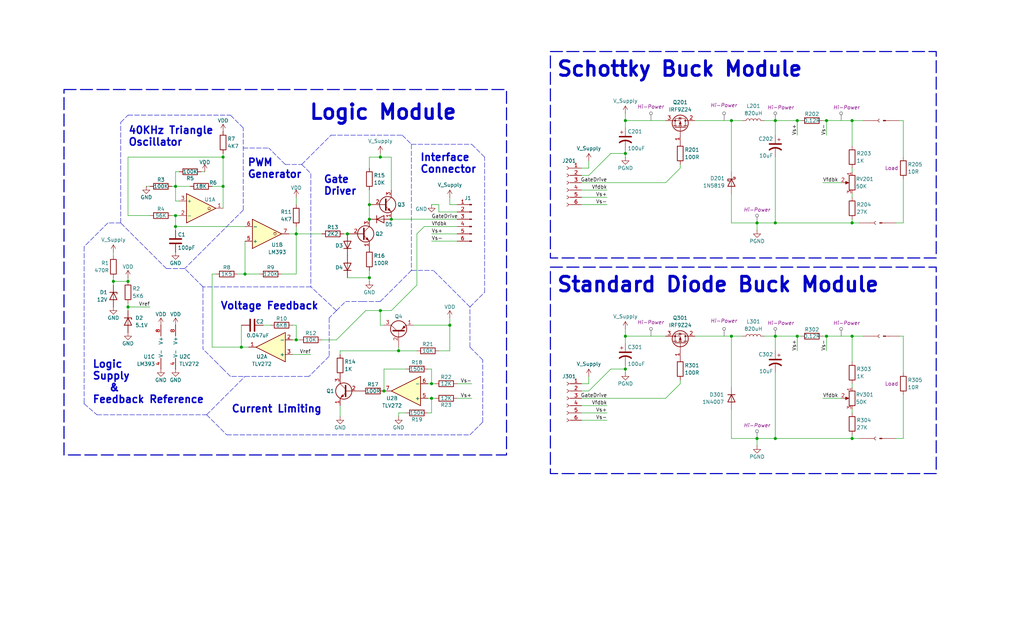
<source format=kicad_sch>
(kicad_sch (version 20231120) (generator "eeschema") (generator_version "8.0")
  (paper "USLegal")
  (title_block (title "Switching DC-DC Buck Converters") (date "2024-04-03") (rev "4") (company "ZAM Industries, LLC") (comment 1 "Drawn by: Mark Vaughn"))
  (junction (at 85.09 95.25))
  (junction (at 132.08 54.61))
  (junction (at 132.08 107.95))
  (junction (at 44.45 106.68))
  (junction (at 287.02 41.91))
  (junction (at 254 41.91))
  (junction (at 149.86 133.35))
  (junction (at 102.87 81.28))
  (junction (at 120.65 81.28))
  (junction (at 128.27 76.2))
  (junction (at 77.47 64.77))
  (junction (at 60.96 74.93))
  (junction (at 287.02 116.84))
  (junction (at 39.37 97.79))
  (junction (at 276.86 116.84))
  (junction (at 262.89 152.4))
  (junction (at 102.87 118.11))
  (junction (at 133.35 135.89))
  (junction (at 217.17 41.91))
  (junction (at 128.27 96.52))
  (junction (at 128.27 71.12))
  (junction (at 269.24 116.84))
  (junction (at 217.17 116.84))
  (junction (at 276.86 41.91))
  (junction (at 77.47 54.61))
  (junction (at 269.24 152.4))
  (junction (at 156.21 113.03))
  (junction (at 217.17 128.27))
  (junction (at 60.96 64.77))
  (junction (at 138.43 121.92))
  (junction (at 254 116.84))
  (junction (at 295.91 77.47))
  (junction (at 295.91 116.84))
  (junction (at 135.89 76.2))
  (junction (at 269.24 41.91))
  (junction (at 269.24 77.47))
  (junction (at 149.86 138.43))
  (junction (at 60.96 78.74))
  (junction (at 217.17 53.34))
  (junction (at 295.91 152.4))
  (junction (at 295.91 41.91))
  (junction (at 262.89 77.47))
  (junction (at 83.82 120.65))
  (junction (at 44.45 97.79))
  (wire (pts (xy 144.78 81.28) (xy 144.78 99.06)))
  (wire (pts (xy 77.47 54.61) (xy 77.47 64.77)))
  (polyline (pts (xy 29.21 139.7) (xy 29.21 140.335)) (stroke (width 0) (type dash)))
  (wire (pts (xy 102.87 81.28) (xy 102.87 95.25)))
  (wire (pts (xy 39.37 96.52) (xy 39.37 97.79)))
  (wire (pts (xy 138.43 121.92) (xy 144.78 121.92)))
  (polyline (pts (xy 84.455 73.025) (xy 64.135 93.345)) (stroke (width 0) (type dash)))
  (wire (pts (xy 217.17 114.3) (xy 217.17 116.84)))
  (wire (pts (xy 50.8 64.77) (xy 52.07 64.77)))
  (wire (pts (xy 236.22 132.08) (xy 236.22 133.35)))
  (wire (pts (xy 118.11 121.92) (xy 138.43 121.92)))
  (polyline (pts (xy 78.74 151.13) (xy 163.195 151.13)) (stroke (width 0) (type dash)))
  (wire (pts (xy 217.17 41.91) (xy 231.14 41.91)))
  (polyline (pts (xy 142.875 93.98) (xy 150.495 93.98)) (stroke (width 0) (type dash)))
  (polyline (pts (xy 71.755 144.145) (xy 78.74 151.13)) (stroke (width 0) (type dash)))
  (wire (pts (xy 210.82 140.97) (xy 201.93 140.97)))
  (wire (pts (xy 254 77.47) (xy 262.89 77.47)))
  (wire (pts (xy 201.93 71.12) (xy 210.82 71.12)))
  (polyline (pts (xy 84.455 51.435) (xy 93.345 51.435)) (stroke (width 0) (type dash)))
  (wire (pts (xy 102.87 113.03) (xy 101.6 113.03)))
  (wire (pts (xy 128.27 66.04) (xy 128.27 71.12)))
  (wire (pts (xy 265.43 116.84) (xy 269.24 116.84)))
  (wire (pts (xy 156.21 68.58) (xy 156.21 71.12)))
  (wire (pts (xy 201.93 63.5) (xy 231.14 63.5)))
  (polyline (pts (xy 114.935 46.99) (xy 139.7 46.99)) (stroke (width 0) (type dash)))
  (polyline (pts (xy 168.275 101.6) (xy 168.275 54.61)) (stroke (width 0) (type dash)))
  (wire (pts (xy 285.75 41.91) (xy 287.02 41.91)))
  (wire (pts (xy 44.45 96.52) (xy 44.45 97.79)))
  (wire (pts (xy 60.96 59.69) (xy 60.96 64.77)))
  (wire (pts (xy 295.91 76.2) (xy 295.91 77.47)))
  (wire (pts (xy 295.91 116.84) (xy 299.72 116.84)))
  (wire (pts (xy 135.89 54.61) (xy 135.89 66.04)))
  (polyline (pts (xy 126.0475 104.775) (xy 120.015 104.775)) (stroke (width 0) (type dash)))
  (wire (pts (xy 102.87 113.03) (xy 102.87 118.11)))
  (wire (pts (xy 295.91 142.24) (xy 295.91 143.51)))
  (wire (pts (xy 295.91 151.13) (xy 295.91 152.4)))
  (wire (pts (xy 269.24 152.4) (xy 295.91 152.4)))
  (wire (pts (xy 236.22 58.42) (xy 231.14 63.5)))
  (wire (pts (xy 254 116.84) (xy 254 134.62)))
  (wire (pts (xy 60.96 80.01) (xy 60.96 78.74)))
  (wire (pts (xy 132.08 113.03) (xy 133.35 113.03)))
  (wire (pts (xy 265.43 41.91) (xy 269.24 41.91)))
  (wire (pts (xy 269.24 116.84) (xy 276.86 116.84)))
  (wire (pts (xy 77.47 53.34) (xy 77.47 54.61)))
  (wire (pts (xy 287.02 41.91) (xy 287.02 46.99)))
  (wire (pts (xy 97.79 95.25) (xy 102.87 95.25)))
  (wire (pts (xy 295.91 133.35) (xy 295.91 134.62)))
  (polyline (pts (xy 163.195 120.65) (xy 163.195 106.68)) (stroke (width 0) (type dash)))
  (wire (pts (xy 132.08 113.03) (xy 132.08 107.95)))
  (wire (pts (xy 83.82 113.03) (xy 83.82 120.65)))
  (polyline (pts (xy 44.45 40.005) (xy 80.01 40.005)) (stroke (width 0) (type dash)))
  (wire (pts (xy 201.93 60.96) (xy 204.47 60.96)))
  (wire (pts (xy 212.09 53.34) (xy 217.17 53.34)))
  (wire (pts (xy 276.86 41.91) (xy 276.86 46.99)))
  (polyline (pts (xy 77.47 128.27) (xy 75.565 126.365)) (stroke (width 0) (type dash)))
  (polyline (pts (xy 104.775 57.15) (xy 114.935 46.99)) (stroke (width 0) (type dash)))
  (wire (pts (xy 85.09 83.82) (xy 85.09 95.25)))
  (wire (pts (xy 73.66 64.77) (xy 77.47 64.77)))
  (polyline (pts (xy 57.785 93.345) (xy 41.91 77.47)) (stroke (width 0) (type dash)))
  (wire (pts (xy 132.08 107.95) (xy 135.89 107.95)))
  (wire (pts (xy 102.87 68.58) (xy 102.87 71.12)))
  (polyline (pts (xy 70.485 99.695) (xy 70.485 121.285)) (stroke (width 0) (type dash)))
  (wire (pts (xy 254 152.4) (xy 262.89 152.4)))
  (polyline (pts (xy 142.875 93.98) (xy 132.08 104.775)) (stroke (width 0) (type dash)))
  (wire (pts (xy 156.21 113.03) (xy 156.21 121.92)))
  (wire (pts (xy 201.93 146.05) (xy 210.82 146.05)))
  (wire (pts (xy 44.45 106.68) (xy 44.45 107.95)))
  (wire (pts (xy 152.4 73.66) (xy 158.75 73.66)))
  (wire (pts (xy 138.43 143.51) (xy 140.97 143.51)))
  (wire (pts (xy 217.17 128.27) (xy 217.17 129.54)))
  (wire (pts (xy 82.55 95.25) (xy 85.09 95.25)))
  (wire (pts (xy 111.76 118.11) (xy 116.84 118.11)))
  (wire (pts (xy 241.3 41.91) (xy 254 41.91)))
  (wire (pts (xy 313.69 116.84) (xy 313.69 129.54)))
  (wire (pts (xy 158.75 138.43) (xy 163.83 138.43)))
  (wire (pts (xy 204.47 60.96) (xy 212.09 53.34)))
  (wire (pts (xy 311.15 152.4) (xy 313.69 152.4)))
  (polyline (pts (xy 71.755 144.145) (xy 85.09 130.81)) (stroke (width 0) (type dash)))
  (wire (pts (xy 262.89 152.4) (xy 269.24 152.4)))
  (wire (pts (xy 152.4 71.12) (xy 152.4 73.66)))
  (wire (pts (xy 133.35 128.27) (xy 133.35 135.89)))
  (wire (pts (xy 149.86 128.27) (xy 149.86 133.35)))
  (wire (pts (xy 39.37 97.79) (xy 39.37 99.06)))
  (wire (pts (xy 217.17 52.07) (xy 217.17 53.34)))
  (wire (pts (xy 73.66 95.25) (xy 74.93 95.25)))
  (polyline (pts (xy 163.195 151.13) (xy 167.64 146.685)) (stroke (width 0) (type dash)))
  (wire (pts (xy 77.47 64.77) (xy 77.47 72.39)))
  (wire (pts (xy 149.86 138.43) (xy 151.13 138.43)))
  (wire (pts (xy 149.86 128.27) (xy 148.59 128.27)))
  (wire (pts (xy 312.42 116.84) (xy 313.69 116.84)))
  (wire (pts (xy 269.24 41.91) (xy 276.86 41.91)))
  (polyline (pts (xy 167.64 125.095) (xy 163.195 120.65)) (stroke (width 0) (type dash)))
  (wire (pts (xy 201.93 138.43) (xy 231.14 138.43)))
  (wire (pts (xy 83.82 120.65) (xy 86.36 120.65)))
  (wire (pts (xy 102.87 81.28) (xy 111.76 81.28)))
  (wire (pts (xy 295.91 116.84) (xy 295.91 125.73)))
  (wire (pts (xy 236.22 133.35) (xy 231.14 138.43)))
  (wire (pts (xy 204.47 55.88) (xy 204.47 58.42)))
  (wire (pts (xy 100.33 81.28) (xy 102.87 81.28)))
  (wire (pts (xy 204.47 135.89) (xy 212.09 128.27)))
  (wire (pts (xy 148.59 138.43) (xy 149.86 138.43)))
  (wire (pts (xy 158.75 83.82) (xy 149.86 83.82)))
  (wire (pts (xy 118.11 144.78) (xy 118.11 140.97)))
  (polyline (pts (xy 107.95 99.695) (xy 70.485 99.695)) (stroke (width 0) (type dash)))
  (wire (pts (xy 39.37 97.79) (xy 44.45 97.79)))
  (wire (pts (xy 313.69 137.16) (xy 313.69 152.4)))
  (polyline (pts (xy 57.785 93.345) (xy 64.135 93.345)) (stroke (width 0) (type dash)))
  (polyline (pts (xy 99.06 57.15) (xy 104.775 57.15)) (stroke (width 0) (type dash)))
  (wire (pts (xy 128.27 71.12) (xy 128.27 76.2)))
  (wire (pts (xy 60.96 78.74) (xy 85.09 78.74)))
  (wire (pts (xy 59.69 74.93) (xy 60.96 74.93)))
  (wire (pts (xy 60.96 64.77) (xy 66.04 64.77)))
  (wire (pts (xy 313.69 62.23) (xy 313.69 77.47)))
  (polyline (pts (xy 80.01 130.81) (xy 77.47 128.27)) (stroke (width 0) (type dash)))
  (wire (pts (xy 217.17 53.34) (xy 217.17 54.61)))
  (wire (pts (xy 295.91 58.42) (xy 295.91 59.69)))
  (wire (pts (xy 116.84 118.11) (xy 127 107.95)))
  (wire (pts (xy 262.89 154.94) (xy 262.89 152.4)))
  (wire (pts (xy 128.27 93.98) (xy 128.27 96.52)))
  (wire (pts (xy 135.89 107.95) (xy 144.78 99.06)))
  (wire (pts (xy 262.89 77.47) (xy 269.24 77.47)))
  (wire (pts (xy 93.98 113.03) (xy 91.44 113.03)))
  (polyline (pts (xy 41.91 77.47) (xy 41.91 42.545)) (stroke (width 0) (type dash)))
  (wire (pts (xy 147.32 78.74) (xy 158.75 78.74)))
  (polyline (pts (xy 84.455 44.45) (xy 80.01 40.005)) (stroke (width 0) (type dash)))
  (wire (pts (xy 143.51 113.03) (xy 156.21 113.03)))
  (wire (pts (xy 269.24 41.91) (xy 269.24 46.99)))
  (polyline (pts (xy 116.84 107.95) (xy 114.3 110.49)) (stroke (width 0) (type dash)))
  (wire (pts (xy 132.08 54.61) (xy 135.89 54.61)))
  (wire (pts (xy 217.17 41.91) (xy 217.17 44.45)))
  (polyline (pts (xy 163.195 106.68) (xy 150.495 93.98)) (stroke (width 0) (type dash)))
  (wire (pts (xy 285.75 116.84) (xy 287.02 116.84)))
  (wire (pts (xy 60.96 74.93) (xy 60.96 78.74)))
  (wire (pts (xy 59.69 64.77) (xy 60.96 64.77)))
  (wire (pts (xy 147.32 78.74) (xy 144.78 81.28)))
  (wire (pts (xy 149.86 71.12) (xy 152.4 71.12)))
  (wire (pts (xy 217.17 116.84) (xy 217.17 119.38)))
  (wire (pts (xy 156.21 71.12) (xy 158.75 71.12)))
  (wire (pts (xy 102.87 118.11) (xy 104.14 118.11)))
  (wire (pts (xy 102.87 118.11) (xy 101.6 118.11)))
  (polyline (pts (xy 132.08 104.775) (xy 126.0475 104.775)) (stroke (width 0) (type dash)))
  (wire (pts (xy 135.89 76.2) (xy 158.75 76.2)))
  (polyline (pts (xy 163.195 106.68) (xy 168.275 101.6)) (stroke (width 0) (type dash)))
  (polyline (pts (xy 139.7 46.99) (xy 142.875 50.165)) (stroke (width 0) (type dash)))
  (wire (pts (xy 269.24 77.47) (xy 295.91 77.47)))
  (wire (pts (xy 217.17 116.84) (xy 231.14 116.84)))
  (wire (pts (xy 44.45 54.61) (xy 44.45 74.93)))
  (wire (pts (xy 128.27 54.61) (xy 128.27 58.42)))
  (wire (pts (xy 295.91 41.91) (xy 295.91 50.8)))
  (wire (pts (xy 201.93 143.51) (xy 210.82 143.51)))
  (wire (pts (xy 85.09 95.25) (xy 90.17 95.25)))
  (polyline (pts (xy 29.21 140.335) (xy 33.655 144.145)) (stroke (width 0) (type dash)))
  (polyline (pts (xy 99.06 57.15) (xy 93.345 51.435)) (stroke (width 0) (type dash)))
  (polyline (pts (xy 75.565 126.365) (xy 70.485 121.285)) (stroke (width 0) (type dash)))
  (wire (pts (xy 44.45 106.68) (xy 52.07 106.68)))
  (wire (pts (xy 295.91 152.4) (xy 298.45 152.4)))
  (wire (pts (xy 152.4 121.92) (xy 156.21 121.92)))
  (wire (pts (xy 60.96 74.93) (xy 62.23 74.93)))
  (wire (pts (xy 276.86 116.84) (xy 276.86 121.92)))
  (wire (pts (xy 201.93 135.89) (xy 204.47 135.89)))
  (wire (pts (xy 276.86 41.91) (xy 278.13 41.91)))
  (wire (pts (xy 201.93 68.58) (xy 210.82 68.58)))
  (polyline (pts (xy 114.3 123.825) (xy 107.315 130.81)) (stroke (width 0) (type dash)))
  (polyline (pts (xy 29.21 85.725) (xy 29.21 139.7)) (stroke (width 0) (type dash)))
  (wire (pts (xy 295.91 41.91) (xy 299.72 41.91)))
  (polyline (pts (xy 116.84 107.95) (xy 120.015 104.775)) (stroke (width 0) (type dash)))
  (wire (pts (xy 217.17 127) (xy 217.17 128.27)))
  (wire (pts (xy 138.43 121.92) (xy 138.43 120.65)))
  (polyline (pts (xy 84.455 73.025) (xy 84.455 44.45)) (stroke (width 0) (type dash)))
  (wire (pts (xy 149.86 143.51) (xy 149.86 138.43)))
  (wire (pts (xy 254 41.91) (xy 257.81 41.91)))
  (wire (pts (xy 312.42 41.91) (xy 313.69 41.91)))
  (polyline (pts (xy 70.485 99.695) (xy 64.135 93.345)) (stroke (width 0) (type dash)))
  (wire (pts (xy 119.38 81.28) (xy 120.65 81.28)))
  (polyline (pts (xy 107.95 60.325) (xy 107.95 99.695)) (stroke (width 0) (type dash)))
  (polyline (pts (xy 168.275 54.61) (xy 163.83 50.165)) (stroke (width 0) (type dash)))
  (wire (pts (xy 132.08 53.34) (xy 132.08 54.61)))
  (wire (pts (xy 254 41.91) (xy 254 59.69)))
  (wire (pts (xy 285.75 138.43) (xy 292.1 138.43)))
  (polyline (pts (xy 114.3 110.49) (xy 114.3 123.825)) (stroke (width 0) (type dash)))
  (polyline (pts (xy 116.84 107.95) (xy 107.95 99.695)) (stroke (width 0) (type dash)))
  (wire (pts (xy 269.24 54.61) (xy 269.24 77.47)))
  (wire (pts (xy 127 107.95) (xy 132.08 107.95)))
  (wire (pts (xy 69.85 59.69) (xy 71.12 59.69)))
  (wire (pts (xy 285.75 63.5) (xy 292.1 63.5)))
  (wire (pts (xy 133.35 128.27) (xy 140.97 128.27)))
  (wire (pts (xy 276.86 116.84) (xy 278.13 116.84)))
  (wire (pts (xy 60.96 59.69) (xy 62.23 59.69)))
  (wire (pts (xy 44.45 54.61) (xy 77.47 54.61)))
  (wire (pts (xy 149.86 133.35) (xy 151.13 133.35)))
  (polyline (pts (xy 33.655 144.145) (xy 71.755 144.145)) (stroke (width 0) (type dash)))
  (wire (pts (xy 138.43 143.51) (xy 138.43 144.78)))
  (wire (pts (xy 44.45 74.93) (xy 52.07 74.93)))
  (wire (pts (xy 217.17 39.37) (xy 217.17 41.91)))
  (wire (pts (xy 73.66 120.65) (xy 73.66 95.25)))
  (wire (pts (xy 60.96 69.85) (xy 62.23 69.85)))
  (wire (pts (xy 158.75 81.28) (xy 149.86 81.28)))
  (wire (pts (xy 149.86 143.51) (xy 148.59 143.51)))
  (wire (pts (xy 204.47 58.42) (xy 201.93 58.42)))
  (wire (pts (xy 120.65 96.52) (xy 128.27 96.52)))
  (polyline (pts (xy 107.315 130.81) (xy 80.01 130.81)) (stroke (width 0) (type dash)))
  (wire (pts (xy 148.59 133.35) (xy 149.86 133.35)))
  (wire (pts (xy 313.69 41.91) (xy 313.69 54.61)))
  (polyline (pts (xy 104.775 57.15) (xy 107.95 60.325)) (stroke (width 0) (type dash)))
  (polyline (pts (xy 142.875 50.165) (xy 142.875 93.98)) (stroke (width 0) (type dash)))
  (polyline (pts (xy 37.465 77.47) (xy 29.21 85.725)) (stroke (width 0) (type dash)))
  (wire (pts (xy 295.91 77.47) (xy 298.45 77.47)))
  (wire (pts (xy 236.22 57.15) (xy 236.22 58.42)))
  (wire (pts (xy 39.37 87.63) (xy 39.37 88.9)))
  (polyline (pts (xy 167.64 146.685) (xy 167.64 125.095)) (stroke (width 0) (type dash)))
  (wire (pts (xy 287.02 116.84) (xy 295.91 116.84)))
  (wire (pts (xy 254 142.24) (xy 254 152.4)))
  (wire (pts (xy 128.27 97.79) (xy 128.27 96.52)))
  (polyline (pts (xy 41.91 77.47) (xy 37.465 77.47)) (stroke (width 0) (type dash)))
  (wire (pts (xy 254 116.84) (xy 257.81 116.84)))
  (wire (pts (xy 262.89 80.01) (xy 262.89 77.47)))
  (polyline (pts (xy 41.91 42.545) (xy 44.45 40.005)) (stroke (width 0) (type dash)))
  (wire (pts (xy 128.27 54.61) (xy 132.08 54.61)))
  (wire (pts (xy 311.15 77.47) (xy 313.69 77.47)))
  (wire (pts (xy 254 67.31) (xy 254 77.47)))
  (wire (pts (xy 287.02 41.91) (xy 295.91 41.91)))
  (wire (pts (xy 204.47 130.81) (xy 204.47 133.35)))
  (wire (pts (xy 60.96 64.77) (xy 60.96 69.85)))
  (wire (pts (xy 73.66 120.65) (xy 83.82 120.65)))
  (wire (pts (xy 212.09 128.27) (xy 217.17 128.27)))
  (wire (pts (xy 241.3 116.84) (xy 254 116.84)))
  (wire (pts (xy 158.75 133.35) (xy 163.83 133.35)))
  (wire (pts (xy 118.11 121.92) (xy 118.11 123.19)))
  (wire (pts (xy 287.02 116.84) (xy 287.02 121.92)))
  (wire (pts (xy 156.21 110.49) (xy 156.21 113.03)))
  (wire (pts (xy 295.91 67.31) (xy 295.91 68.58)))
  (wire (pts (xy 102.87 78.74) (xy 102.87 81.28)))
  (wire (pts (xy 101.6 123.19) (xy 107.95 123.19)))
  (wire (pts (xy 269.24 116.84) (xy 269.24 121.92)))
  (polyline (pts (xy 142.875 50.165) (xy 163.83 50.165)) (stroke (width 0) (type dash)))
  (wire (pts (xy 210.82 66.04) (xy 201.93 66.04)))
  (wire (pts (xy 204.47 133.35) (xy 201.93 133.35)))
  (wire (pts (xy 44.45 106.68) (xy 44.45 105.41)))
  (wire (pts (xy 269.24 129.54) (xy 269.24 152.4)))
  (rectangle (start 191.135 17.907) (end 325.12 89.662) (stroke (width 0.381) (type dash)))
  (rectangle (start 191.135 92.837) (end 325.12 164.592) (stroke (width 0.381) (type dash)))
  (rectangle (start 22.225 31.115) (end 175.895 158.115) (stroke (width 0.381) (type dash)))
  (text "Current Limiting" (at 80.264 142.24 0) (effects (font (size 2.54 2.54) (thickness 0.508) (bold yes)) (justify left)))
  (text "PWM\nGenerator" (at 85.852 58.674 0) (effects (font (size 2.54 2.54) (thickness 0.508) (bold yes)) (justify left)))
  (text "Logic Module" (at 159.004 39.116 0) (effects (font (size 5.08 5.08) (thickness 1.016) (bold yes)) (justify right)))
  (text "Logic\nSupply\n   &\nFeedback Reference" (at 32.004 132.842 0) (effects (font (size 2.54 2.54) (thickness 0.508) (bold yes)) (justify left)))
  (text "40KHz Triangle\nOscillator" (at 44.45 47.498 0) (effects (font (size 2.54 2.54) (thickness 0.508) (bold yes)) (justify left)))
  (text "Schottky Buck Module" (at 193.04 24.13 0) (effects (font (size 5.08 5.08) (thickness 1.016) (bold yes)) (justify left)))
  (text "Interface\nConnector" (at 145.796 56.896 0) (effects (font (size 2.54 2.54) (thickness 0.508) (bold yes)) (justify left)))
  (text "Standard Diode Buck Module" (at 193.04 99.06 0) (effects (font (size 5.08 5.08) (thickness 1.016) (bold yes)) (justify left)))
  (text "Gate\nDriver" (at 112.268 64.516 0) (effects (font (size 2.54 2.54) (thickness 0.508) (bold yes)) (justify left)))
  (text "Voltage Feedback" (at 76.454 106.426 0) (effects (font (size 2.54 2.54) (thickness 0.508) (bold yes)) (justify left)))
  (label "Vs+" (at 210.82 143.51 180))
  (label "Vs-" (at 210.82 71.12 180))
  (label "GateDrive" (at 210.82 63.5 180))
  (label "Vfdbk" (at 149.86 78.74 0))
  (label "Vs-" (at 210.82 146.05 180))
  (label "Vfdbk" (at 285.75 63.5 0))
  (label "Vs-" (at 287.02 121.92 90))
  (label "GateDrive" (at 149.86 76.2 0))
  (label "Vfdbk" (at 285.75 138.43 0))
  (label "GateDrive" (at 210.82 138.43 180))
  (label "Vs-" (at 149.86 83.82 0))
  (label "Vs+" (at 276.86 46.99 90))
  (label "Vs+" (at 210.82 68.58 180))
  (label "Vs+" (at 163.83 138.43 180))
  (label "Vs-" (at 287.02 46.99 90))
  (label "Vs+" (at 149.86 81.28 0))
  (label "Vref" (at 52.07 106.68 180))
  (label "Vfdbk" (at 210.82 140.97 180))
  (label "Vs-" (at 163.83 133.35 180))
  (label "Vs+" (at 276.86 121.92 90))
  (label "Vfdbk" (at 210.82 66.04 180))
  (label "Vref" (at 107.95 123.19 180))
  (netclass_flag "" (length 2.54) (shape round) (at 226.06 116.84 0) (property "Netclass" "Hi-Power" (at 230.632 112.014 0) (effects (font (italic yes)) (justify right))))
  (netclass_flag "" (length 2.54) (shape round) (at 262.89 152.4 0) (property "Netclass" "Hi-Power" (at 262.89 147.828 0) (effects (font (italic yes)))))
  (netclass_flag "" (length 2.54) (shape round) (at 251.46 41.91 0) (property "Netclass" "Hi-Power" (at 256.032 36.576 0) (effects (font (italic yes)) (justify right))))
  (netclass_flag "" (length 2.54) (shape round) (at 292.1 116.84 0) (property "Netclass" "Hi-Power" (at 289.306 112.268 0) (effects (font (italic yes)) (justify left))))
  (netclass_flag "" (length 2.54) (shape round) (at 226.06 41.91 0) (property "Netclass" "Hi-Power" (at 230.632 37.084 0) (effects (font (italic yes)) (justify right))))
  (netclass_flag "" (length 2.54) (shape round) (at 269.24 116.84 0) (property "Netclass" "Hi-Power" (at 266.446 112.268 0) (effects (font (italic yes)) (justify left))))
  (netclass_flag "" (length 2.54) (shape round) (at 262.89 77.47 0) (property "Netclass" "Hi-Power" (at 262.89 72.898 0) (effects (font (italic yes)))))
  (netclass_flag "" (length 2.54) (shape round) (at 292.1 41.91 0) (property "Netclass" "Hi-Power" (at 289.306 37.338 0) (effects (font (italic yes)) (justify left))))
  (netclass_flag "" (length 2.54) (shape round) (at 251.46 116.84 0) (property "Netclass" "Hi-Power" (at 256.032 111.506 0) (effects (font (italic yes)) (justify right))))
  (netclass_flag "" (length 2.54) (shape round) (at 269.24 41.91 0) (property "Netclass" "Hi-Power" (at 266.446 37.338 0) (effects (font (italic yes)) (justify left))))
  (symbol (lib_id "Device:D_Schottky") (at 254 63.5 270) (unit 1) (exclude_from_sim yes) (on_board no)
    (property "Reference" "D201" (at 251.714 61.976 90) (effects (justify right)))
    (property "Value" "1N5819" (at 251.714 64.516 90) (effects (justify right)))
    (property "Description" "Schottky diode" (effects (hide yes)))
  )
  (symbol (lib_id "Device:Q_NPN_EBC") (at 120.65 135.89 0) (mirror y) (unit 1) (on_board no)
    (property "Reference" "Q1" (at 116.078 135.89 0) (effects (justify left)))
    (property "Value" "Q_NPN_EBC" (effects (hide yes)))
    (property "Description" "NPN transistor, emitter/base/collector" (effects (hide yes)))
    (property "Sim.Device" "NPN" (effects (hide yes)))
    (property "Sim.Type" "VBIC" (effects (hide yes)))
    (property "Sim.Pins" "1=E 2=B 3=C" (effects (hide yes)))
  )
  (symbol (lib_id "Comparator:LM393") (at 53.34 120.65 0) (mirror y) (unit 3) (on_board no)
    (property "Reference" "U1" (at 53.848 123.952 0) (effects (justify left)))
    (property "Value" "LM393" (at 53.848 126.492 0) (effects (justify left)))
    (property "Datasheet" "http://www.ti.com/lit/ds/symlink/lm393.pdf" (effects (hide yes)))
    (property "Description" "Low-Power, Low-Offset Voltage, Dual Comparators, DIP-8/SOIC-8/TO-99-8" (effects (hide yes)))
    (property "Sim.Library" "C:\\Users\\v_mar\\Documents\\GitHub\\ECSE_371_2024\\Helpful Datasheets\\Spice Models\\DUAL_LM393.LIB" (effects (hide yes)))
    (property "Sim.Name" "LM393" (effects (hide yes)))
    (property "Sim.Device" "SUBCKT" (effects (hide yes)))
    (property "Sim.Pins" "1=1out 2=1in- 3=1in+ 4=vss 5=2in+ 6=2in- 7=2out 8=vdd" (effects (hide yes)))
  )
  (symbol (lib_id "Device:D") (at 120.65 92.71 270) (mirror x) (unit 1) (on_board no)
    (property "Reference" "D4" (at 119.126 92.964 90) (effects (justify right)))
    (property "Value" "D" (effects (hide yes)))
    (property "Description" "Diode" (effects (hide yes)))
    (property "Sim.Device" "D" (effects (hide yes)))
    (property "Sim.Pins" "1=K 2=A" (effects (hide yes)))
    (property "Sim.Library" "C:\\Users\\v_mar\\Documents\\GitHub\\KiCad-Spice-Library\\Models\\uncategorized\\Bordodynovs Electronics Lib\\cmp\\standard.dio" (effects (hide yes)))
    (property "Sim.Name" "LL4148" (effects (hide yes)))
  )
  (symbol (lib_id "power:VCC") (at 156.21 68.58 0) (unit 1) (on_board no)
    (property "Reference" "#PWR021" (effects (hide yes)))
    (property "Value" "V_Supply" (at 156.21 64.262 0))
    (property "Description" "Power symbol creates a global label with name \"VCC\"" (effects (hide yes)))
  )
  (symbol (lib_id "power:GND") (at 217.17 54.61 0) (unit 1)
    (property "Reference" "#PWR08" (effects (hide yes)))
    (property "Value" "PGND" (at 217.17 58.42 0))
    (property "Description" "Power symbol creates a global label with name \"GND\" , ground" (effects (hide yes)))
  )
  (symbol (lib_id "Device:R") (at 128.27 62.23 0) (unit 1) (on_board no)
    (property "Reference" "R15" (at 129.794 60.96 0) (effects (justify left)))
    (property "Value" "10K" (at 129.794 63.5 0) (effects (justify left)))
    (property "Footprint" "Resistor_THT:R_Axial_DIN0207_L6.3mm_D2.5mm_P7.62mm_Horizontal" (effects (hide yes)))
    (property "Description" "Resistor" (effects (hide yes)))
  )
  (symbol (lib_id "LarryLab:Output_Terminal") (at 304.8 152.4 0) (unit 1) (exclude_from_sim yes) (on_board no)
    (property "Reference" "J302" (effects (hide yes)))
    (property "Value" "Output_Terminal" (effects (hide yes)))
    (property "Description" "Generic connector, single row, 01x01, script generated" (effects (hide yes)))
    (property "Sim.Device" "R" (effects (hide yes)))
    (property "Sim.Pins" "1=+ 2=-" (effects (hide yes)))
    (property "Sim.Params" "r=0.0001" (effects (hide yes)))
  )
  (symbol (lib_id "power:VCC") (at 217.17 114.3 0) (unit 1) (exclude_from_sim yes) (on_board no)
    (property "Reference" "#PWR0103" (effects (hide yes)))
    (property "Value" "V_Supply" (at 217.17 109.982 0))
    (property "Description" "Power symbol creates a global label with name \"VCC\"" (effects (hide yes)))
  )
  (symbol (lib_id "Device:R") (at 78.74 95.25 90) (unit 1) (on_board no)
    (property "Reference" "R8" (at 78.74 92.964 90))
    (property "Value" "1K5" (at 78.74 95.25 90))
    (property "Footprint" "Resistor_THT:R_Axial_DIN0207_L6.3mm_D2.5mm_P7.62mm_Horizontal" (effects (hide yes)))
    (property "Description" "Resistor" (effects (hide yes)))
  )
  (symbol (lib_id "power:GND") (at 55.88 128.27 0) (unit 1) (on_board no)
    (property "Reference" "#PWR015" (effects (hide yes)))
    (property "Value" "GND" (at 55.88 132.08 0))
    (property "Description" "Power symbol creates a global label with name \"GND\" , ground" (effects (hide yes)))
  )
  (symbol (lib_id "Device:R_Potentiometer") (at 295.91 138.43 0) (mirror y) (unit 1) (exclude_from_sim yes) (on_board no)
    (property "Reference" "RV301" (at 297.18 137.16 0) (effects (justify right)))
    (property "Value" "50K" (at 297.18 139.7 0) (effects (justify right)))
    (property "Description" "Potentiometer" (effects (hide yes)))
    (property "Sim.Library" "C:\\Users\\v_mar\\Documents\\GitHub\\KiCad-Spice-Library\\Models\\uncategorized\\Bordodynovs Electronics Lib\\sub\\pot.lib" (effects (hide yes)))
    (property "Sim.Name" "pot" (effects (hide yes)))
    (property "Sim.Device" "SUBCKT" (effects (hide yes)))
    (property "Sim.Pins" "1=1 2=3 3=2" (effects (hide yes)))
    (property "Sim.Params" "T=0.5 R=50k" (effects (hide yes)))
  )
  (symbol (lib_id "power:GND") (at 262.89 154.94 0) (unit 1) (exclude_from_sim yes) (on_board no)
    (property "Reference" "#PWR0106" (effects (hide yes)))
    (property "Value" "PGND" (at 262.89 158.75 0))
    (property "Description" "Power symbol creates a global label with name \"GND\" , ground" (effects (hide yes)))
  )
  (symbol (lib_id "power:GND") (at 138.43 144.78 0) (mirror y) (unit 1) (on_board no)
    (property "Reference" "#PWR07" (effects (hide yes)))
    (property "Value" "GND" (at 138.43 148.59 0))
    (property "Description" "Power symbol creates a global label with name \"GND\" , ground" (effects (hide yes)))
  )
  (symbol (lib_id "power:GND") (at 60.96 87.63 0) (unit 1) (on_board no)
    (property "Reference" "#PWR03" (effects (hide yes)))
    (property "Value" "GND" (at 60.96 91.44 0))
    (property "Description" "Power symbol creates a global label with name \"GND\" , ground" (effects (hide yes)))
  )
  (symbol (lib_id "power:VDD") (at 102.87 68.58 0) (unit 1) (on_board no)
    (property "Reference" "#PWR010" (effects (hide yes)))
    (property "Value" "VDD" (at 102.87 65.278 0))
    (property "Description" "Power symbol creates a global label with name \"VDD\"" (effects (hide yes)))
  )
  (symbol (lib_id "Device:R") (at 129.54 135.89 90) (unit 1) (on_board no)
    (property "Reference" "R17" (at 129.54 133.604 90))
    (property "Value" "100R" (at 129.54 135.89 90))
    (property "Footprint" "Resistor_THT:R_Axial_DIN0207_L6.3mm_D2.5mm_P7.62mm_Horizontal" (effects (hide yes)))
    (property "Description" "Resistor" (effects (hide yes)))
  )
  (symbol (lib_id "Device:L") (at 261.62 116.84 90) (unit 1) (exclude_from_sim yes) (on_board no)
    (property "Reference" "L301" (at 261.62 111.76 90))
    (property "Value" "820uH" (at 261.62 114.3 90))
    (property "Description" "Inductor" (effects (hide yes)))
  )
  (symbol (lib_id "power:GND") (at 60.96 128.27 0) (unit 1) (on_board no)
    (property "Reference" "#PWR016" (effects (hide yes)))
    (property "Value" "GND" (at 60.96 132.08 0))
    (property "Description" "Power symbol creates a global label with name \"GND\" , ground" (effects (hide yes)))
  )
  (symbol (lib_id "Comparator:LM393") (at 69.85 72.39 0) (unit 1) (on_board no)
    (property "Reference" "U1" (at 72.898 69.342 0))
    (property "Value" "LM393" (effects (hide yes)))
    (property "Datasheet" "http://www.ti.com/lit/ds/symlink/lm393.pdf" (effects (hide yes)))
    (property "Description" "Low-Power, Low-Offset Voltage, Dual Comparators, DIP-8/SOIC-8/TO-99-8" (effects (hide yes)))
    (property "Sim.Library" "C:\\Users\\v_mar\\Documents\\GitHub\\ECSE_371_2024\\Helpful Datasheets\\Spice Models\\DUAL_LM393.LIB" (effects (hide yes)))
    (property "Sim.Name" "LM393" (effects (hide yes)))
    (property "Sim.Device" "SUBCKT" (effects (hide yes)))
    (property "Sim.Pins" "1=1out 2=1in- 3=1in+ 4=vss 5=2in+ 6=2in- 7=2out 8=vdd" (effects (hide yes)))
  )
  (symbol (lib_id "Device:R") (at 236.22 53.34 0) (unit 1) (exclude_from_sim yes) (on_board no)
    (property "Reference" "R201" (at 237.744 52.07 0) (effects (justify left)))
    (property "Value" "100R" (at 237.744 54.61 0) (effects (justify left)))
    (property "Footprint" "Resistor_THT:R_Axial_DIN0207_L6.3mm_D2.5mm_P7.62mm_Horizontal" (effects (hide yes)))
    (property "Description" "Resistor" (effects (hide yes)))
  )
  (symbol (lib_id "Device:R") (at 236.22 128.27 0) (unit 1) (exclude_from_sim yes) (on_board no)
    (property "Reference" "R301" (at 237.744 127 0) (effects (justify left)))
    (property "Value" "100R" (at 237.744 129.54 0) (effects (justify left)))
    (property "Footprint" "Resistor_THT:R_Axial_DIN0207_L6.3mm_D2.5mm_P7.62mm_Horizontal" (effects (hide yes)))
    (property "Description" "Resistor" (effects (hide yes)))
  )
  (symbol (lib_id "Device:R") (at 97.79 113.03 270) (mirror x) (unit 1) (on_board no)
    (property "Reference" "R10" (at 97.79 110.744 90))
    (property "Value" "6K8" (at 97.79 113.03 90))
    (property "Footprint" "Resistor_THT:R_Axial_DIN0207_L6.3mm_D2.5mm_P7.62mm_Horizontal" (effects (hide yes)))
    (property "Description" "Resistor" (effects (hide yes)))
  )
  (symbol (lib_id "LarryLab:Output_Terminal") (at 306.07 41.91 0) (unit 1) (exclude_from_sim yes) (on_board no)
    (property "Reference" "J203" (effects (hide yes)))
    (property "Value" "Output_Terminal" (effects (hide yes)))
    (property "Description" "Generic connector, single row, 01x01, script generated" (effects (hide yes)))
    (property "Sim.Device" "R" (effects (hide yes)))
    (property "Sim.Pins" "1=+ 2=-" (effects (hide yes)))
    (property "Sim.Params" "r=0.0001" (effects (hide yes)))
  )
  (symbol (lib_id "power:GND") (at 149.86 71.12 0) (unit 1) (on_board no)
    (property "Reference" "#PWR022" (effects (hide yes)))
    (property "Value" "GND" (at 146.304 72.644 0))
    (property "Description" "Power symbol creates a global label with name \"GND\" , ground" (effects (hide yes)))
  )
  (symbol (lib_id "Amplifier_Operational:TLV2372") (at 140.97 135.89 180) (unit 2) (on_board no)
    (property "Reference" "U2" (at 136.144 138.43 0))
    (property "Value" "TLV272" (at 136.144 140.97 0))
    (property "Datasheet" "http://www.ti.com/lit/ds/symlink/tlv2375.pdf" (effects (hide yes)))
    (property "Description" "Dual Rail-to-Rail Input/Output Operational Amplifier, DIP-8/SOIC-8/VSSOP-8" (effects (hide yes)))
    (property "Sim.Library" "C:\\Users\\v_mar\\Documents\\GitHub\\ECSE_371_2024\\Helpful Datasheets\\Spice Models\\TLV272.LIB" (effects (hide yes)))
    (property "Sim.Name" "TLV272" (effects (hide yes)))
    (property "Sim.Device" "SUBCKT" (effects (hide yes)))
    (property "Sim.Pins" "1=1out 2=1in- 3=1in+ 4=gnd 5=2in+ 6=2in- 7=2out 8=vdd" (effects (hide yes)))
  )
  (symbol (lib_id "Device:R") (at 107.95 118.11 270) (mirror x) (unit 1) (on_board no)
    (property "Reference" "R12" (at 107.95 115.824 90))
    (property "Value" "10K" (at 107.95 118.11 90))
    (property "Footprint" "Resistor_THT:R_Axial_DIN0207_L6.3mm_D2.5mm_P7.62mm_Horizontal" (effects (hide yes)))
    (property "Description" "Resistor" (effects (hide yes)))
  )
  (symbol (lib_id "Device:R") (at 93.98 95.25 90) (unit 1) (on_board no)
    (property "Reference" "R9" (at 93.98 92.964 90))
    (property "Value" "120K" (at 93.98 95.25 90))
    (property "Footprint" "Resistor_THT:R_Axial_DIN0207_L6.3mm_D2.5mm_P7.62mm_Horizontal" (effects (hide yes)))
    (property "Description" "Resistor" (effects (hide yes)))
  )
  (symbol (lib_id "Device:C") (at 60.96 83.82 0) (unit 1) (on_board no)
    (property "Reference" "C1" (at 61.722 81.534 0) (effects (justify left)))
    (property "Value" "100pF" (at 61.722 86.106 0) (effects (justify left)))
    (property "Description" "Unpolarized capacitor" (effects (hide yes)))
  )
  (symbol (lib_id "Device:R") (at 39.37 92.71 0) (mirror y) (unit 1) (on_board no)
    (property "Reference" "R1" (at 37.846 91.44 0) (effects (justify left)))
    (property "Value" "470R" (at 37.846 93.98 0) (effects (justify left)))
    (property "Footprint" "Resistor_THT:R_Axial_DIN0207_L6.3mm_D2.5mm_P7.62mm_Horizontal" (effects (hide yes)))
    (property "Description" "Resistor" (effects (hide yes)))
  )
  (symbol (lib_id "LarryLab:Output_Terminal") (at 306.07 116.84 0) (unit 1) (exclude_from_sim yes) (on_board no)
    (property "Reference" "J303" (effects (hide yes)))
    (property "Value" "Output_Terminal" (effects (hide yes)))
    (property "Description" "Generic connector, single row, 01x01, script generated" (effects (hide yes)))
    (property "Sim.Device" "R" (effects (hide yes)))
    (property "Sim.Pins" "1=+ 2=-" (effects (hide yes)))
    (property "Sim.Params" "r=0.0001" (effects (hide yes)))
  )
  (symbol (lib_id "Device:R") (at 313.69 58.42 0) (unit 1) (exclude_from_sim yes) (on_board no)
    (property "Reference" "R205" (at 315.214 57.15 0) (effects (justify left)))
    (property "Value" "10R" (at 315.214 59.69 0) (effects (justify left)))
    (property "Footprint" "Resistor_THT:R_Axial_DIN0207_L6.3mm_D2.5mm_P7.62mm_Horizontal" (effects (hide yes)))
    (property "Description" "Load" (at 309.626 58.42 0))
  )
  (symbol (lib_id "Comparator:LM393") (at 92.71 81.28 0) (mirror x) (unit 2) (on_board no)
    (property "Reference" "U1" (at 96.266 85.09 0))
    (property "Value" "LM393" (at 96.266 87.63 0))
    (property "Datasheet" "http://www.ti.com/lit/ds/symlink/lm393.pdf" (effects (hide yes)))
    (property "Description" "Low-Power, Low-Offset Voltage, Dual Comparators, DIP-8/SOIC-8/TO-99-8" (effects (hide yes)))
    (property "Sim.Library" "C:\\Users\\v_mar\\Documents\\GitHub\\ECSE_371_2024\\Helpful Datasheets\\Spice Models\\DUAL_LM393.LIB" (effects (hide yes)))
    (property "Sim.Name" "LM393" (effects (hide yes)))
    (property "Sim.Device" "SUBCKT" (effects (hide yes)))
    (property "Sim.Pins" "1=1out 2=1in- 3=1in+ 4=vss 5=2in+ 6=2in- 7=2out 8=vdd" (effects (hide yes)))
  )
  (symbol (lib_id "power:GND") (at 44.45 115.57 0) (mirror y) (unit 1) (on_board no)
    (property "Reference" "#PWR011" (effects (hide yes)))
    (property "Value" "GND" (at 44.45 119.38 0))
    (property "Description" "Power symbol creates a global label with name \"GND\" , ground" (effects (hide yes)))
  )
  (symbol (lib_id "Device:R") (at 128.27 90.17 0) (unit 1) (on_board no)
    (property "Reference" "R16" (at 129.794 88.9 0) (effects (justify left)))
    (property "Value" "100R" (at 129.794 91.44 0) (effects (justify left)))
    (property "Footprint" "Resistor_THT:R_Axial_DIN0207_L6.3mm_D2.5mm_P7.62mm_Horizontal" (effects (hide yes)))
    (property "Description" "Resistor" (effects (hide yes)))
  )
  (symbol (lib_id "power:VDD") (at 55.88 113.03 0) (mirror y) (unit 1) (on_board no)
    (property "Reference" "#PWR013" (effects (hide yes)))
    (property "Value" "VDD" (at 55.88 109.22 0))
    (property "Description" "Power symbol creates a global label with name \"VDD\"" (effects (hide yes)))
  )
  (symbol (lib_id "Device:R") (at 281.94 41.91 90) (unit 1) (exclude_from_sim yes) (on_board no)
    (property "Reference" "R202" (at 281.94 39.624 90))
    (property "Value" "0.12R" (at 281.94 41.91 90))
    (property "Footprint" "Resistor_THT:R_Axial_DIN0207_L6.3mm_D2.5mm_P7.62mm_Horizontal" (effects (hide yes)))
    (property "Description" "Resistor" (effects (hide yes)))
  )
  (symbol (lib_id "Device:Q_PMOS_GDS") (at 236.22 44.45 270) (mirror x) (unit 1) (exclude_from_sim yes) (on_board no)
    (property "Reference" "Q201" (at 236.22 35.56 90))
    (property "Value" "IRF9Z24" (at 236.22 38.1 90))
    (property "Description" "P-MOSFET transistor, gate/drain/source" (effects (hide yes)))
    (property "Sim.Library" "C:\\Users\\v_mar\\Documents\\GitHub\\KiCad-Spice-Library\\Models\\uncategorized\\spice_complete\\irf.lib" (effects (hide yes)))
    (property "Sim.Name" "irf9z24n_IR" (effects (hide yes)))
    (property "Sim.Device" "SUBCKT" (effects (hide yes)))
    (property "Sim.Pins" "1=2 2=1 3=3" (effects (hide yes)))
  )
  (symbol (lib_id "Connector:Conn_01x06_Socket") (at 196.85 138.43 0) (mirror y) (unit 1) (exclude_from_sim yes) (on_board no)
    (property "Reference" "J301" (at 197.612 130.81 0))
    (property "Value" "Conn_01x06_Socket" (effects (hide yes)))
    (property "Footprint" "Connector_PinHeader_2.54mm:PinHeader_1x06_P2.54mm_Vertical" (effects (hide yes)))
    (property "Description" "Generic connector, single row, 01x06, script generated" (effects (hide yes)))
  )
  (symbol (lib_id "Device:R") (at 295.91 72.39 0) (unit 1) (exclude_from_sim yes) (on_board no)
    (property "Reference" "R204" (at 297.434 71.12 0) (effects (justify left)))
    (property "Value" "27K" (at 297.434 73.66 0) (effects (justify left)))
    (property "Footprint" "Resistor_THT:R_Axial_DIN0207_L6.3mm_D2.5mm_P7.62mm_Horizontal" (effects (hide yes)))
    (property "Description" "Resistor" (effects (hide yes)))
  )
  (symbol (lib_id "Device:C_Polarized_US") (at 217.17 123.19 0) (unit 1) (exclude_from_sim yes) (on_board no)
    (property "Reference" "C301" (at 217.932 120.65 0) (effects (justify left)))
    (property "Value" "100uF" (at 217.932 126.492 0) (effects (justify left)))
    (property "Description" "Polarized capacitor, US symbol" (effects (hide yes)))
  )
  (symbol (lib_id "power:GND") (at 217.17 129.54 0) (unit 1)
    (property "Reference" "#PWR027" (effects (hide yes)))
    (property "Value" "PGND" (at 217.17 133.35 0))
    (property "Description" "Power symbol creates a global label with name \"GND\" , ground" (effects (hide yes)))
  )
  (symbol (lib_id "power:GND") (at 262.89 80.01 0) (unit 1) (exclude_from_sim yes) (on_board no)
    (property "Reference" "#PWR032" (effects (hide yes)))
    (property "Value" "PGND" (at 262.89 83.82 0))
    (property "Description" "Power symbol creates a global label with name \"GND\" , ground" (effects (hide yes)))
  )
  (symbol (lib_id "Device:R") (at 77.47 49.53 0) (unit 1) (on_board no)
    (property "Reference" "R7" (at 78.994 48.26 0) (effects (justify left)))
    (property "Value" "4K7" (at 78.994 50.8 0) (effects (justify left)))
    (property "Footprint" "Resistor_THT:R_Axial_DIN0207_L6.3mm_D2.5mm_P7.62mm_Horizontal" (effects (hide yes)))
    (property "Description" "Resistor" (effects (hide yes)))
  )
  (symbol (lib_id "Connector:Conn_01x06_Pin") (at 163.83 76.2 0) (mirror y) (unit 1) (exclude_from_sim yes) (on_board no)
    (property "Reference" "J1" (at 161.29 68.834 0) (effects (justify right)))
    (property "Value" "Conn_01x06_Pin" (effects (hide yes)))
    (property "Description" "Generic connector, single row, 01x06, script generated" (effects (hide yes)))
  )
  (symbol (lib_id "Device:R") (at 69.85 64.77 90) (unit 1) (on_board no)
    (property "Reference" "R6" (at 72.644 63.5 90) (effects (justify right)))
    (property "Value" "18K" (at 69.85 64.77 90))
    (property "Footprint" "Resistor_THT:R_Axial_DIN0207_L6.3mm_D2.5mm_P7.62mm_Horizontal" (effects (hide yes)))
    (property "Description" "Resistor" (effects (hide yes)))
  )
  (symbol (lib_id "power:VDD") (at 156.21 110.49 0) (unit 1) (on_board no)
    (property "Reference" "#PWR026" (effects (hide yes)))
    (property "Value" "VDD" (at 156.21 106.68 0))
    (property "Description" "Power symbol creates a global label with name \"VDD\"" (effects (hide yes)))
  )
  (symbol (lib_id "Device:R") (at 154.94 133.35 270) (mirror x) (unit 1) (on_board no)
    (property "Reference" "R22" (at 154.94 131.064 90))
    (property "Value" "12K" (at 154.94 133.35 90))
    (property "Footprint" "Resistor_THT:R_Axial_DIN0207_L6.3mm_D2.5mm_P7.62mm_Horizontal" (effects (hide yes)))
    (property "Description" "Resistor" (effects (hide yes)))
  )
  (symbol (lib_id "power:VDD") (at 77.47 45.72 0) (unit 1) (on_board no)
    (property "Reference" "#PWR01" (effects (hide yes)))
    (property "Value" "VDD" (at 77.47 41.91 0))
    (property "Description" "Power symbol creates a global label with name \"VDD\"" (effects (hide yes)))
  )
  (symbol (lib_id "Device:Q_NPN_EBC") (at 133.35 71.12 0) (unit 1) (on_board no)
    (property "Reference" "Q3" (at 137.922 71.12 0) (effects (justify left)))
    (property "Value" "Q_NPN_EBC" (effects (hide yes)))
    (property "Description" "NPN transistor, emitter/base/collector" (effects (hide yes)))
    (property "Sim.Device" "NPN" (effects (hide yes)))
    (property "Sim.Type" "VBIC" (effects (hide yes)))
    (property "Sim.Pins" "1=E 2=B 3=C" (effects (hide yes)))
  )
  (symbol (lib_id "Device:R") (at 154.94 138.43 270) (unit 1) (on_board no)
    (property "Reference" "R23" (at 154.94 140.716 90))
    (property "Value" "12K" (at 154.94 138.43 90))
    (property "Footprint" "Resistor_THT:R_Axial_DIN0207_L6.3mm_D2.5mm_P7.62mm_Horizontal" (effects (hide yes)))
    (property "Description" "Resistor" (effects (hide yes)))
  )
  (symbol (lib_id "Device:D") (at 120.65 85.09 270) (mirror x) (unit 1) (on_board no)
    (property "Reference" "D3" (at 119.126 85.344 90) (effects (justify right)))
    (property "Value" "D" (effects (hide yes)))
    (property "Description" "Diode" (effects (hide yes)))
    (property "Sim.Device" "D" (effects (hide yes)))
    (property "Sim.Pins" "1=K 2=A" (effects (hide yes)))
    (property "Sim.Library" "C:\\Users\\v_mar\\Documents\\GitHub\\KiCad-Spice-Library\\Models\\uncategorized\\Bordodynovs Electronics Lib\\cmp\\standard.dio" (effects (hide yes)))
    (property "Sim.Name" "LL4148" (effects (hide yes)))
  )
  (symbol (lib_id "Device:D_Zener") (at 39.37 102.87 270) (unit 1) (on_board no)
    (property "Reference" "D1" (at 37.338 101.6 90) (effects (justify right)))
    (property "Value" "12V" (at 37.338 104.14 90) (effects (justify right)))
    (property "Description" "Zener diode" (effects (hide yes)))
    (property "Sim.Library" "C:\\Users\\v_mar\\Documents\\GitHub\\KiCad-Spice-Library\\Models\\Diode\\zener.lib" (effects (hide yes)))
    (property "Sim.Name" "DI_1N4742A" (effects (hide yes)))
    (property "Sim.Device" "SUBCKT" (effects (hide yes)))
    (property "Sim.Pins" "1=2 2=1" (effects (hide yes)))
  )
  (symbol (lib_id "Device:R") (at 144.78 143.51 270) (unit 1) (on_board no)
    (property "Reference" "R19" (at 144.78 145.796 90))
    (property "Value" "150K" (at 144.78 143.51 90))
    (property "Footprint" "Resistor_THT:R_Axial_DIN0207_L6.3mm_D2.5mm_P7.62mm_Horizontal" (effects (hide yes)))
    (property "Description" "Resistor" (effects (hide yes)))
  )
  (symbol (lib_id "Device:R") (at 118.11 127 0) (unit 1) (on_board no)
    (property "Reference" "R14" (at 119.634 125.73 0) (effects (justify left)))
    (property "Value" "1K" (at 119.634 128.27 0) (effects (justify left)))
    (property "Footprint" "Resistor_THT:R_Axial_DIN0207_L6.3mm_D2.5mm_P7.62mm_Horizontal" (effects (hide yes)))
    (property "Description" "Resistor" (effects (hide yes)))
  )
  (symbol (lib_id "Device:Q_NPN_EBC") (at 125.73 81.28 0) (unit 1) (on_board no)
    (property "Reference" "Q2" (at 130.302 81.28 0) (effects (justify left)))
    (property "Value" "Q_NPN_EBC" (effects (hide yes)))
    (property "Description" "NPN transistor, emitter/base/collector" (effects (hide yes)))
    (property "Sim.Device" "NPN" (effects (hide yes)))
    (property "Sim.Type" "VBIC" (effects (hide yes)))
    (property "Sim.Pins" "1=E 2=B 3=C" (effects (hide yes)))
  )
  (symbol (lib_id "Device:C_Polarized_US") (at 217.17 48.26 0) (unit 1) (exclude_from_sim yes) (on_board no)
    (property "Reference" "C201" (at 217.932 45.72 0) (effects (justify left)))
    (property "Value" "100uF" (at 217.932 51.562 0) (effects (justify left)))
    (property "Description" "Polarized capacitor, US symbol" (effects (hide yes)))
  )
  (symbol (lib_id "Device:C_Polarized_US") (at 269.24 50.8 0) (mirror y) (unit 1) (exclude_from_sim yes) (on_board no)
    (property "Reference" "C202" (at 268.478 48.26 0) (effects (justify left)))
    (property "Value" "10uF" (at 268.478 54.102 0) (effects (justify left)))
    (property "Description" "Polarized capacitor, US symbol" (effects (hide yes)))
  )
  (symbol (lib_id "Device:R") (at 44.45 101.6 0) (unit 1) (on_board no)
    (property "Reference" "R2" (at 45.974 100.33 0) (effects (justify left)))
    (property "Value" "5K6" (at 45.974 102.87 0) (effects (justify left)))
    (property "Footprint" "Resistor_THT:R_Axial_DIN0207_L6.3mm_D2.5mm_P7.62mm_Horizontal" (effects (hide yes)))
    (property "Description" "Resistor" (effects (hide yes)))
  )
  (symbol (lib_id "Device:R") (at 313.69 133.35 0) (unit 1) (exclude_from_sim yes) (on_board no)
    (property "Reference" "R305" (at 315.214 132.08 0) (effects (justify left)))
    (property "Value" "10R" (at 315.214 134.62 0) (effects (justify left)))
    (property "Footprint" "Resistor_THT:R_Axial_DIN0207_L6.3mm_D2.5mm_P7.62mm_Horizontal" (effects (hide yes)))
    (property "Description" "Load" (at 309.626 133.35 0))
  )
  (symbol (lib_id "Device:R_Potentiometer") (at 295.91 63.5 0) (mirror y) (unit 1) (exclude_from_sim yes) (on_board no)
    (property "Reference" "RV201" (at 297.18 62.23 0) (effects (justify right)))
    (property "Value" "50K" (at 297.18 64.77 0) (effects (justify right)))
    (property "Description" "Potentiometer" (effects (hide yes)))
    (property "Sim.Library" "C:\\Users\\v_mar\\Documents\\GitHub\\KiCad-Spice-Library\\Models\\uncategorized\\Bordodynovs Electronics Lib\\sub\\pot.lib" (effects (hide yes)))
    (property "Sim.Name" "pot" (effects (hide yes)))
    (property "Sim.Device" "SUBCKT" (effects (hide yes)))
    (property "Sim.Pins" "1=1 2=3 3=2" (effects (hide yes)))
    (property "Sim.Params" "T=0.5 R=50k" (effects (hide yes)))
  )
  (symbol (lib_id "Amplifier_Operational:TLV2372") (at 58.42 120.65 0) (mirror y) (unit 3) (on_board no)
    (property "Reference" "U2" (at 62.23 123.952 0) (effects (justify right)))
    (property "Value" "TLV272" (at 62.23 126.492 0) (effects (justify right)))
    (property "Datasheet" "http://www.ti.com/lit/ds/symlink/tlv2375.pdf" (effects (hide yes)))
    (property "Description" "Dual Rail-to-Rail Input/Output Operational Amplifier, DIP-8/SOIC-8/VSSOP-8" (effects (hide yes)))
    (property "Sim.Library" "C:\\Users\\v_mar\\Documents\\GitHub\\ECSE_371_2024\\Helpful Datasheets\\Spice Models\\TLV272.LIB" (effects (hide yes)))
    (property "Sim.Name" "TLV272" (effects (hide yes)))
    (property "Sim.Device" "SUBCKT" (effects (hide yes)))
    (property "Sim.Pins" "1=1out 2=1in- 3=1in+ 4=gnd 5=2in+ 6=2in- 7=2out 8=vdd" (effects (hide yes)))
  )
  (symbol (lib_id "Device:D") (at 132.08 76.2 0) (mirror x) (unit 1) (on_board no)
    (property "Reference" "D5" (at 136.398 77.978 0) (effects (justify right)))
    (property "Value" "D" (effects (hide yes)))
    (property "Description" "Diode" (effects (hide yes)))
    (property "Sim.Device" "D" (effects (hide yes)))
    (property "Sim.Pins" "1=K 2=A" (effects (hide yes)))
    (property "Sim.Library" "C:\\Users\\v_mar\\Documents\\GitHub\\KiCad-Spice-Library\\Models\\uncategorized\\Bordodynovs Electronics Lib\\cmp\\standard.dio" (effects (hide yes)))
    (property "Sim.Name" "LL4148" (effects (hide yes)))
  )
  (symbol (lib_id "Device:Q_PMOS_GDS") (at 236.22 119.38 270) (mirror x) (unit 1) (exclude_from_sim yes) (on_board no)
    (property "Reference" "Q301" (at 236.22 110.49 90))
    (property "Value" "IRF9Z24" (at 236.22 113.03 90))
    (property "Description" "P-MOSFET transistor, gate/drain/source" (effects (hide yes)))
    (property "Sim.Library" "C:\\Users\\v_mar\\Documents\\GitHub\\KiCad-Spice-Library\\Models\\uncategorized\\spice_complete\\irf.lib" (effects (hide yes)))
    (property "Sim.Name" "irf9z24n_IR" (effects (hide yes)))
    (property "Sim.Device" "SUBCKT" (effects (hide yes)))
    (property "Sim.Pins" "1=2 2=1 3=3" (effects (hide yes)))
  )
  (symbol (lib_id "Device:D_Zener") (at 44.45 111.76 270) (unit 1) (on_board no)
    (property "Reference" "D2" (at 46.99 110.4899 90) (effects (justify left)))
    (property "Value" "5.1V" (at 46.99 113.0299 90) (effects (justify left)))
    (property "Description" "Zener diode" (effects (hide yes)))
    (property "Sim.Library" "C:\\Users\\v_mar\\Documents\\GitHub\\KiCad-Spice-Library\\Models\\Diode\\zener.lib" (effects (hide yes)))
    (property "Sim.Name" "DI_1N4733A" (effects (hide yes)))
    (property "Sim.Device" "SUBCKT" (effects (hide yes)))
    (property "Sim.Pins" "1=2 2=1" (effects (hide yes)))
  )
  (symbol (lib_id "Device:R") (at 295.91 147.32 0) (unit 1) (exclude_from_sim yes) (on_board no)
    (property "Reference" "R304" (at 297.434 146.05 0) (effects (justify left)))
    (property "Value" "27K" (at 297.434 148.59 0) (effects (justify left)))
    (property "Footprint" "Resistor_THT:R_Axial_DIN0207_L6.3mm_D2.5mm_P7.62mm_Horizontal" (effects (hide yes)))
    (property "Description" "Resistor" (effects (hide yes)))
  )
  (symbol (lib_id "power:GND") (at 128.27 97.79 0) (unit 1) (on_board no)
    (property "Reference" "#PWR04" (effects (hide yes)))
    (property "Value" "GND" (at 128.27 101.6 0))
    (property "Description" "Power symbol creates a global label with name \"GND\" , ground" (effects (hide yes)))
  )
  (symbol (lib_id "Device:R") (at 295.91 54.61 0) (unit 1) (exclude_from_sim yes) (on_board no)
    (property "Reference" "R203" (at 297.434 53.34 0) (effects (justify left)))
    (property "Value" "1K" (at 297.434 55.88 0) (effects (justify left)))
    (property "Footprint" "Resistor_THT:R_Axial_DIN0207_L6.3mm_D2.5mm_P7.62mm_Horizontal" (effects (hide yes)))
    (property "Description" "Resistor" (effects (hide yes)))
  )
  (symbol (lib_id "Device:R") (at 55.88 74.93 90) (unit 1) (on_board no)
    (property "Reference" "R4" (at 55.88 72.644 90))
    (property "Value" "56K" (at 55.88 74.93 90))
    (property "Footprint" "Resistor_THT:R_Axial_DIN0207_L6.3mm_D2.5mm_P7.62mm_Horizontal" (effects (hide yes)))
    (property "Description" "Resistor" (effects (hide yes)))
  )
  (symbol (lib_id "power:VDD") (at 60.96 113.03 0) (mirror y) (unit 1) (on_board no)
    (property "Reference" "#PWR014" (effects (hide yes)))
    (property "Value" "VDD" (at 60.96 109.22 0))
    (property "Description" "Power symbol creates a global label with name \"VDD\"" (effects (hide yes)))
  )
  (symbol (lib_id "power:VCC") (at 39.37 87.63 0) (unit 1) (on_board no)
    (property "Reference" "#PWR018" (effects (hide yes)))
    (property "Value" "V_Supply" (at 39.37 83.312 0))
    (property "Description" "Power symbol creates a global label with name \"VCC\"" (effects (hide yes)))
  )
  (symbol (lib_id "Device:R") (at 148.59 121.92 90) (unit 1) (on_board no)
    (property "Reference" "R21" (at 148.59 119.634 90))
    (property "Value" "10K" (at 148.59 121.92 90))
    (property "Footprint" "Resistor_THT:R_Axial_DIN0207_L6.3mm_D2.5mm_P7.62mm_Horizontal" (effects (hide yes)))
    (property "Description" "Resistor" (effects (hide yes)))
  )
  (symbol (lib_id "Device:R") (at 55.88 64.77 90) (unit 1) (on_board no)
    (property "Reference" "R3" (at 55.88 62.484 90))
    (property "Value" "100K" (at 55.88 64.77 90))
    (property "Footprint" "Resistor_THT:R_Axial_DIN0207_L6.3mm_D2.5mm_P7.62mm_Horizontal" (effects (hide yes)))
    (property "Description" "Resistor" (effects (hide yes)))
  )
  (symbol (lib_id "Device:C_Polarized_US") (at 269.24 125.73 0) (mirror y) (unit 1) (exclude_from_sim yes) (on_board no)
    (property "Reference" "C302" (at 268.478 123.19 0) (effects (justify left)))
    (property "Value" "10uF" (at 268.478 129.032 0) (effects (justify left)))
    (property "Description" "Polarized capacitor, US symbol" (effects (hide yes)))
  )
  (symbol (lib_id "Device:R") (at 281.94 116.84 90) (unit 1) (exclude_from_sim yes) (on_board no)
    (property "Reference" "R302" (at 281.94 114.554 90))
    (property "Value" "0.12R" (at 281.94 116.84 90))
    (property "Footprint" "Resistor_THT:R_Axial_DIN0207_L6.3mm_D2.5mm_P7.62mm_Horizontal" (effects (hide yes)))
    (property "Description" "Resistor" (effects (hide yes)))
  )
  (symbol (lib_id "Device:L") (at 261.62 41.91 90) (unit 1) (exclude_from_sim yes) (on_board no)
    (property "Reference" "L201" (at 261.62 36.83 90))
    (property "Value" "820uH" (at 261.62 39.37 90))
    (property "Description" "Inductor" (effects (hide yes)))
  )
  (symbol (lib_id "Device:C") (at 87.63 113.03 90) (unit 1) (on_board no)
    (property "Reference" "C2" (at 88.9 111.76 90) (effects (justify right)))
    (property "Value" "0.047uF" (at 85.598 116.586 90) (effects (justify right)))
    (property "Description" "Unpolarized capacitor" (effects (hide yes)))
  )
  (symbol (lib_id "Device:R") (at 295.91 129.54 0) (unit 1) (exclude_from_sim yes) (on_board no)
    (property "Reference" "R303" (at 297.434 128.27 0) (effects (justify left)))
    (property "Value" "1K" (at 297.434 130.81 0) (effects (justify left)))
    (property "Footprint" "Resistor_THT:R_Axial_DIN0207_L6.3mm_D2.5mm_P7.62mm_Horizontal" (effects (hide yes)))
    (property "Description" "Resistor" (effects (hide yes)))
  )
  (symbol (lib_id "Device:D") (at 254 138.43 270) (unit 1) (exclude_from_sim yes) (on_board no)
    (property "Reference" "D301" (at 251.46 137.1599 90) (effects (justify right)))
    (property "Value" "1N4007" (at 251.46 139.6999 90) (effects (justify right)))
    (property "Description" "Diode" (effects (hide yes)))
    (property "Sim.Device" "D" (effects (hide yes)))
    (property "Sim.Pins" "1=K 2=A" (effects (hide yes)))
  )
  (symbol (lib_id "power:VDD") (at 44.45 96.52 0) (unit 1) (on_board no)
    (property "Reference" "#PWR019" (effects (hide yes)))
    (property "Value" "VDD" (at 44.45 92.71 0))
    (property "Description" "Power symbol creates a global label with name \"VDD\"" (effects (hide yes)))
  )
  (symbol (lib_id "power:GND") (at 118.11 144.78 0) (mirror y) (unit 1) (on_board no)
    (property "Reference" "#PWR025" (effects (hide yes)))
    (property "Value" "GND" (at 118.11 148.59 0))
    (property "Description" "Power symbol creates a global label with name \"GND\" , ground" (effects (hide yes)))
  )
  (symbol (lib_id "Device:R") (at 115.57 81.28 90) (unit 1) (on_board no)
    (property "Reference" "R13" (at 115.57 78.994 90))
    (property "Value" "2K2" (at 115.57 81.28 90))
    (property "Footprint" "Resistor_THT:R_Axial_DIN0207_L6.3mm_D2.5mm_P7.62mm_Horizontal" (effects (hide yes)))
    (property "Description" "Resistor" (effects (hide yes)))
  )
  (symbol (lib_id "power:VDD") (at 71.12 59.69 0) (unit 1) (on_board no)
    (property "Reference" "#PWR02" (effects (hide yes)))
    (property "Value" "VDD" (at 71.12 56.388 0))
    (property "Description" "Power symbol creates a global label with name \"VDD\"" (effects (hide yes)))
  )
  (symbol (lib_id "Device:R") (at 144.78 128.27 270) (mirror x) (unit 1) (on_board no)
    (property "Reference" "R18" (at 144.78 125.984 90))
    (property "Value" "150K" (at 144.78 128.27 90))
    (property "Footprint" "Resistor_THT:R_Axial_DIN0207_L6.3mm_D2.5mm_P7.62mm_Horizontal" (effects (hide yes)))
    (property "Description" "Resistor" (effects (hide yes)))
  )
  (symbol (lib_id "Connector:Conn_01x06_Socket") (at 196.85 63.5 0) (mirror y) (unit 1) (exclude_from_sim yes) (on_board no)
    (property "Reference" "J201" (at 197.612 55.88 0))
    (property "Value" "Conn_01x06_Socket" (effects (hide yes)))
    (property "Footprint" "Connector_PinHeader_2.54mm:PinHeader_1x06_P2.54mm_Vertical" (effects (hide yes)))
    (property "Description" "Generic connector, single row, 01x06, script generated" (effects (hide yes)))
  )
  (symbol (lib_id "power:VCC") (at 204.47 55.88 0) (mirror y) (unit 1)
    (property "Reference" "#PWR05" (effects (hide yes)))
    (property "Value" "V_Supply" (at 204.47 51.562 0))
    (property "Description" "Power symbol creates a global label with name \"VCC\"" (effects (hide yes)))
  )
  (symbol (lib_id "power:VCC") (at 217.17 39.37 0) (unit 1) (exclude_from_sim yes) (on_board no)
    (property "Reference" "#PWR029" (effects (hide yes)))
    (property "Value" "V_Supply" (at 217.17 35.052 0))
    (property "Description" "Power symbol creates a global label with name \"VCC\"" (effects (hide yes)))
  )
  (symbol (lib_id "Device:R") (at 102.87 74.93 0) (mirror y) (unit 1) (on_board no)
    (property "Reference" "R11" (at 101.346 73.66 0) (effects (justify left)))
    (property "Value" "4K7" (at 101.346 76.2 0) (effects (justify left)))
    (property "Footprint" "Resistor_THT:R_Axial_DIN0207_L6.3mm_D2.5mm_P7.62mm_Horizontal" (effects (hide yes)))
    (property "Description" "Resistor" (effects (hide yes)))
  )
  (symbol (lib_id "power:VCC") (at 132.08 53.34 0) (unit 1) (on_board no)
    (property "Reference" "#PWR020" (effects (hide yes)))
    (property "Value" "V_Supply" (at 132.08 49.022 0))
    (property "Description" "Power symbol creates a global label with name \"VCC\"" (effects (hide yes)))
  )
  (symbol (lib_id "power:GND") (at 50.8 64.77 0) (unit 1) (on_board no)
    (property "Reference" "#PWR012" (effects (hide yes)))
    (property "Value" "GND" (at 50.8 68.58 0))
    (property "Description" "Power symbol creates a global label with name \"GND\" , ground" (effects (hide yes)))
  )
  (symbol (lib_id "LarryLab:Output_Terminal") (at 304.8 77.47 0) (unit 1) (exclude_from_sim yes) (on_board no)
    (property "Reference" "J202" (effects (hide yes)))
    (property "Value" "Output_Terminal" (effects (hide yes)))
    (property "Description" "Generic connector, single row, 01x01, script generated" (effects (hide yes)))
    (property "Sim.Device" "R" (effects (hide yes)))
    (property "Sim.Pins" "1=+ 2=-" (effects (hide yes)))
    (property "Sim.Params" "r=0.0001" (effects (hide yes)))
  )
  (symbol (lib_id "power:GND") (at 39.37 106.68 0) (mirror y) (unit 1) (on_board no)
    (property "Reference" "#PWR017" (effects (hide yes)))
    (property "Value" "GND" (at 39.37 110.49 0))
    (property "Description" "Power symbol creates a global label with name \"GND\" , ground" (effects (hide yes)))
  )
  (symbol (lib_id "power:VCC") (at 204.47 130.81 0) (mirror y) (unit 1)
    (property "Reference" "#PWR023" (effects (hide yes)))
    (property "Value" "V_Supply" (at 204.47 126.492 0))
    (property "Description" "Power symbol creates a global label with name \"VCC\"" (effects (hide yes)))
  )
  (symbol (lib_id "Amplifier_Operational:TLV2372") (at 93.98 120.65 180) (unit 1) (on_board no)
    (property "Reference" "U2" (at 90.932 123.952 0))
    (property "Value" "TLV272" (at 90.932 126.492 0))
    (property "Datasheet" "http://www.ti.com/lit/ds/symlink/tlv2375.pdf" (effects (hide yes)))
    (property "Description" "Dual Rail-to-Rail Input/Output Operational Amplifier, DIP-8/SOIC-8/VSSOP-8" (effects (hide yes)))
    (property "Sim.Library" "C:\\Users\\v_mar\\Documents\\GitHub\\ECSE_371_2024\\Helpful Datasheets\\Spice Models\\TLV272.LIB" (effects (hide yes)))
    (property "Sim.Name" "TLV272" (effects (hide yes)))
    (property "Sim.Device" "SUBCKT" (effects (hide yes)))
    (property "Sim.Pins" "1=1out 2=1in- 3=1in+ 4=gnd 5=2in+ 6=2in- 7=2out 8=vdd" (effects (hide yes)))
  )
  (symbol (lib_id "Device:R") (at 66.04 59.69 90) (unit 1) (on_board no)
    (property "Reference" "R5" (at 66.04 61.976 90))
    (property "Value" "100K" (at 66.04 59.69 90))
    (property "Footprint" "Resistor_THT:R_Axial_DIN0207_L6.3mm_D2.5mm_P7.62mm_Horizontal" (effects (hide yes)))
    (property "Description" "Resistor" (effects (hide yes)))
  )
  (symbol (lib_id "Device:Q_PNP_EBC") (at 138.43 115.57 90) (unit 1) (on_board no)
    (property "Reference" "Q4" (at 138.43 109.982 90))
    (property "Value" "Q_PNP_EBC" (effects (hide yes)))
    (property "Description" "PNP transistor, emitter/base/collector" (effects (hide yes)))
    (property "Sim.Device" "PNP" (effects (hide yes)))
    (property "Sim.Type" "VBIC" (effects (hide yes)))
    (property "Sim.Pins" "1=E 2=B 3=C" (effects (hide yes)))
  )
)
</source>
